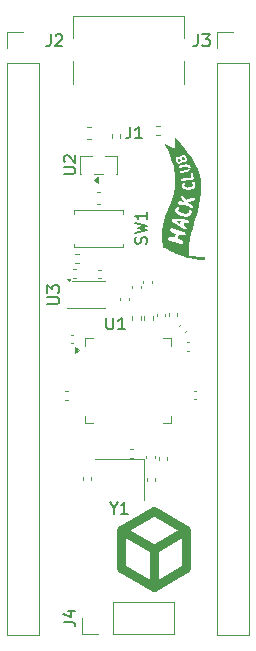
<source format=gbr>
%TF.GenerationSoftware,KiCad,Pcbnew,9.0.6*%
%TF.CreationDate,2025-12-04T10:49:31-05:00*%
%TF.ProjectId,Devboard,44657662-6f61-4726-942e-6b696361645f,rev?*%
%TF.SameCoordinates,Original*%
%TF.FileFunction,Legend,Top*%
%TF.FilePolarity,Positive*%
%FSLAX46Y46*%
G04 Gerber Fmt 4.6, Leading zero omitted, Abs format (unit mm)*
G04 Created by KiCad (PCBNEW 9.0.6) date 2025-12-04 10:49:31*
%MOMM*%
%LPD*%
G01*
G04 APERTURE LIST*
%ADD10C,0.000000*%
%ADD11C,0.750000*%
%ADD12C,0.150000*%
%ADD13C,0.120000*%
G04 APERTURE END LIST*
D10*
G36*
X81704009Y-76214426D02*
G01*
X81707058Y-76214675D01*
X81710148Y-76215056D01*
X81713268Y-76215562D01*
X81716409Y-76216186D01*
X81722710Y-76217752D01*
X81728970Y-76219691D01*
X81735109Y-76221939D01*
X81741043Y-76224433D01*
X81746693Y-76227108D01*
X81895086Y-76297375D01*
X82053058Y-76368954D01*
X82257033Y-76457704D01*
X82499625Y-76558280D01*
X82633094Y-76611333D01*
X82773447Y-76665338D01*
X82919762Y-76719627D01*
X83071114Y-76773532D01*
X83226582Y-76826384D01*
X83385241Y-76877517D01*
X83545649Y-76924274D01*
X83706079Y-76964748D01*
X83865184Y-76999388D01*
X84021614Y-77028647D01*
X84174021Y-77052974D01*
X84321058Y-77072821D01*
X84593626Y-77100876D01*
X84828533Y-77116419D01*
X85014993Y-77123056D01*
X85199428Y-77124038D01*
X85199428Y-77417691D01*
X85131383Y-77416047D01*
X85000164Y-77406720D01*
X84814682Y-77387616D01*
X84583848Y-77356642D01*
X84454210Y-77336049D01*
X84316576Y-77311704D01*
X84172060Y-77283345D01*
X84021776Y-77250710D01*
X83866838Y-77213538D01*
X83708360Y-77171566D01*
X83547456Y-77124534D01*
X83385241Y-77072180D01*
X83064649Y-76956273D01*
X82758406Y-76833210D01*
X82474799Y-76709358D01*
X82222118Y-76591088D01*
X82008650Y-76484768D01*
X81842684Y-76396767D01*
X81732508Y-76333453D01*
X81686411Y-76301197D01*
X81685404Y-76300237D01*
X81684259Y-76299042D01*
X81682790Y-76297375D01*
X81681073Y-76295240D01*
X81679183Y-76292638D01*
X81678198Y-76291164D01*
X81677198Y-76289575D01*
X81676194Y-76287871D01*
X81675195Y-76286052D01*
X81674210Y-76284120D01*
X81673249Y-76282074D01*
X81672321Y-76279916D01*
X81671437Y-76277644D01*
X81670606Y-76275260D01*
X81669837Y-76272765D01*
X81669139Y-76270158D01*
X81668524Y-76267440D01*
X81667999Y-76264612D01*
X81667574Y-76261673D01*
X81667260Y-76258625D01*
X81667066Y-76255467D01*
X81667001Y-76252200D01*
X81667074Y-76248825D01*
X81667297Y-76245342D01*
X81667677Y-76241751D01*
X81668254Y-76238247D01*
X81669056Y-76235019D01*
X81670071Y-76232059D01*
X81671289Y-76229360D01*
X81672701Y-76226912D01*
X81674295Y-76224709D01*
X81676063Y-76222742D01*
X81677993Y-76221003D01*
X81680076Y-76219485D01*
X81682301Y-76218179D01*
X81684659Y-76217078D01*
X81687139Y-76216173D01*
X81689730Y-76215457D01*
X81692423Y-76214921D01*
X81695208Y-76214558D01*
X81698074Y-76214360D01*
X81701011Y-76214319D01*
X81704009Y-76214426D01*
G37*
G36*
X82709214Y-67009077D02*
G01*
X82710583Y-67009245D01*
X82711946Y-67009526D01*
X82713299Y-67009924D01*
X82714636Y-67010442D01*
X82715951Y-67011081D01*
X82717241Y-67011845D01*
X82718498Y-67012738D01*
X82719719Y-67013761D01*
X82720897Y-67014917D01*
X82892265Y-67202210D01*
X83173362Y-67528808D01*
X83523325Y-67968904D01*
X83711362Y-68223450D01*
X83901291Y-68496694D01*
X84088006Y-68785409D01*
X84266397Y-69086371D01*
X84431357Y-69396353D01*
X84577779Y-69712129D01*
X84700554Y-70030475D01*
X84751478Y-70189603D01*
X84794575Y-70348163D01*
X84829206Y-70505753D01*
X84854733Y-70661970D01*
X84870517Y-70816409D01*
X84875920Y-70968668D01*
X84871287Y-71285404D01*
X84857880Y-71584885D01*
X84836438Y-71868525D01*
X84807702Y-72137742D01*
X84772411Y-72393952D01*
X84731303Y-72638571D01*
X84685120Y-72873015D01*
X84634600Y-73098700D01*
X84580482Y-73317044D01*
X84523507Y-73529460D01*
X84403942Y-73942181D01*
X84281820Y-74348192D01*
X84163057Y-74758824D01*
X84121614Y-74912427D01*
X84059148Y-75143946D01*
X83974205Y-75484182D01*
X83938890Y-75640070D01*
X83908368Y-75787857D01*
X83882656Y-75928586D01*
X83861772Y-76063297D01*
X83845733Y-76193031D01*
X83834556Y-76318828D01*
X83828258Y-76441729D01*
X83826856Y-76562776D01*
X83830368Y-76683008D01*
X83838810Y-76803466D01*
X83852200Y-76925192D01*
X83870555Y-77049226D01*
X83870735Y-77050573D01*
X83870824Y-77051904D01*
X83870826Y-77053217D01*
X83870744Y-77054509D01*
X83870581Y-77055778D01*
X83870339Y-77057021D01*
X83870020Y-77058235D01*
X83869629Y-77059419D01*
X83869167Y-77060568D01*
X83868637Y-77061682D01*
X83868043Y-77062757D01*
X83867386Y-77063791D01*
X83866670Y-77064781D01*
X83865898Y-77065724D01*
X83865071Y-77066619D01*
X83864194Y-77067462D01*
X83863268Y-77068251D01*
X83862297Y-77068983D01*
X83861283Y-77069656D01*
X83860230Y-77070268D01*
X83859139Y-77070815D01*
X83858013Y-77071296D01*
X83856856Y-77071707D01*
X83855671Y-77072046D01*
X83854459Y-77072310D01*
X83853224Y-77072498D01*
X83851968Y-77072606D01*
X83850695Y-77072631D01*
X83849407Y-77072572D01*
X83848106Y-77072426D01*
X83846796Y-77072189D01*
X83845480Y-77071861D01*
X83204820Y-76889423D01*
X82935225Y-76812652D01*
X81781613Y-76308768D01*
X81781019Y-76308499D01*
X81780441Y-76308219D01*
X81779878Y-76307927D01*
X81779331Y-76307621D01*
X81778798Y-76307301D01*
X81778281Y-76306966D01*
X81777779Y-76306616D01*
X81777291Y-76306248D01*
X81776818Y-76305863D01*
X81776359Y-76305460D01*
X81775915Y-76305038D01*
X81775485Y-76304595D01*
X81775068Y-76304131D01*
X81774666Y-76303645D01*
X81774276Y-76303137D01*
X81773901Y-76302605D01*
X81755408Y-76272814D01*
X81723957Y-76213173D01*
X81684671Y-76122727D01*
X81663691Y-76065654D01*
X81642673Y-76000522D01*
X81622257Y-75927211D01*
X81603084Y-75845601D01*
X81585794Y-75755575D01*
X81571028Y-75657011D01*
X81566783Y-75617787D01*
X82064110Y-75617787D01*
X82064299Y-75624056D01*
X82064831Y-75630283D01*
X82065700Y-75636460D01*
X82066903Y-75642580D01*
X82068432Y-75648635D01*
X82070283Y-75654617D01*
X82072451Y-75660517D01*
X82074929Y-75666329D01*
X82077712Y-75672043D01*
X82080796Y-75677654D01*
X82084174Y-75683151D01*
X82087842Y-75688528D01*
X82091793Y-75693777D01*
X82096023Y-75698889D01*
X82100525Y-75703858D01*
X82105296Y-75708674D01*
X82110328Y-75713331D01*
X82115617Y-75717819D01*
X82121157Y-75722133D01*
X82126943Y-75726263D01*
X82132970Y-75730201D01*
X82139231Y-75733940D01*
X82145723Y-75737472D01*
X82152438Y-75740790D01*
X82159372Y-75743884D01*
X82166520Y-75746747D01*
X82173876Y-75749372D01*
X82181434Y-75751751D01*
X82189189Y-75753875D01*
X82197136Y-75755737D01*
X82205270Y-75757329D01*
X82336664Y-75782148D01*
X82416470Y-75798893D01*
X82505180Y-75819020D01*
X82602416Y-75842899D01*
X82707800Y-75870897D01*
X82820955Y-75903384D01*
X82941504Y-75940728D01*
X82989210Y-75959720D01*
X83033406Y-75975367D01*
X83074180Y-75987829D01*
X83111620Y-75997264D01*
X83145815Y-76003830D01*
X83176852Y-76007687D01*
X83204820Y-76008993D01*
X83229806Y-76007908D01*
X83251899Y-76004588D01*
X83271186Y-75999195D01*
X83287756Y-75991885D01*
X83301696Y-75982818D01*
X83313095Y-75972153D01*
X83322041Y-75960048D01*
X83328622Y-75946662D01*
X83332925Y-75932154D01*
X83335039Y-75916682D01*
X83335053Y-75900405D01*
X83333053Y-75883482D01*
X83329128Y-75866072D01*
X83323366Y-75848333D01*
X83315856Y-75830424D01*
X83306684Y-75812504D01*
X83295940Y-75794732D01*
X83283711Y-75777265D01*
X83270086Y-75760264D01*
X83255151Y-75743886D01*
X83238997Y-75728290D01*
X83221709Y-75713636D01*
X83203377Y-75700082D01*
X83184089Y-75687786D01*
X83163932Y-75676907D01*
X83073385Y-75629647D01*
X82992264Y-75588041D01*
X82911428Y-75547148D01*
X83041265Y-75208447D01*
X83134335Y-75225568D01*
X83225237Y-75243219D01*
X83323108Y-75263599D01*
X83353057Y-75272373D01*
X83380865Y-75278824D01*
X83406561Y-75283069D01*
X83430175Y-75285225D01*
X83451740Y-75285409D01*
X83471283Y-75283739D01*
X83488837Y-75280333D01*
X83504432Y-75275308D01*
X83518097Y-75268780D01*
X83529864Y-75260868D01*
X83539762Y-75251689D01*
X83547822Y-75241359D01*
X83554075Y-75229998D01*
X83558550Y-75217721D01*
X83561279Y-75204646D01*
X83562291Y-75190891D01*
X83561617Y-75176573D01*
X83559288Y-75161809D01*
X83558547Y-75158982D01*
X83555333Y-75146717D01*
X83549784Y-75131414D01*
X83542670Y-75116017D01*
X83534021Y-75100644D01*
X83523870Y-75085413D01*
X83512244Y-75070439D01*
X83499176Y-75055842D01*
X83484696Y-75041738D01*
X83468833Y-75028244D01*
X83451618Y-75015479D01*
X83433082Y-75003558D01*
X83413255Y-74992601D01*
X83392168Y-74982723D01*
X83369850Y-74974043D01*
X82962595Y-74845540D01*
X82824035Y-74804268D01*
X82685933Y-74765634D01*
X82555867Y-74732783D01*
X82441418Y-74708865D01*
X82424820Y-74702874D01*
X82408392Y-74698715D01*
X82392213Y-74696302D01*
X82376364Y-74695551D01*
X82360922Y-74696375D01*
X82345969Y-74698690D01*
X82331583Y-74702410D01*
X82317843Y-74707450D01*
X82304829Y-74713725D01*
X82292622Y-74721149D01*
X82281299Y-74729637D01*
X82270940Y-74739104D01*
X82261625Y-74749465D01*
X82253434Y-74760634D01*
X82246445Y-74772526D01*
X82240739Y-74785055D01*
X82236394Y-74798137D01*
X82233490Y-74811686D01*
X82232107Y-74825616D01*
X82232323Y-74839844D01*
X82234219Y-74854282D01*
X82237874Y-74868846D01*
X82243367Y-74883451D01*
X82250777Y-74898011D01*
X82260185Y-74912441D01*
X82271669Y-74926655D01*
X82285309Y-74940569D01*
X82301185Y-74954098D01*
X82319375Y-74967155D01*
X82339960Y-74979655D01*
X82363019Y-74991514D01*
X82388631Y-75002646D01*
X82409833Y-75014542D01*
X82433461Y-75027132D01*
X82485896Y-75053588D01*
X82541751Y-75080400D01*
X82596838Y-75105954D01*
X82687963Y-75146838D01*
X82725780Y-75163334D01*
X82672740Y-75303531D01*
X82652443Y-75355253D01*
X82633909Y-75400618D01*
X82619429Y-75433113D01*
X82614424Y-75442498D01*
X82612606Y-75445119D01*
X82611291Y-75446223D01*
X82608492Y-75447117D01*
X82605439Y-75447760D01*
X82598606Y-75448352D01*
X82590865Y-75448114D01*
X82582289Y-75447159D01*
X82572950Y-75445602D01*
X82562922Y-75443558D01*
X82541088Y-75438461D01*
X82517369Y-75432782D01*
X82492346Y-75427433D01*
X82479528Y-75425168D01*
X82466603Y-75423328D01*
X82453642Y-75422028D01*
X82440720Y-75421380D01*
X82416137Y-75422522D01*
X82392496Y-75424142D01*
X82369786Y-75426222D01*
X82347994Y-75428745D01*
X82327110Y-75431696D01*
X82307122Y-75435057D01*
X82288019Y-75438811D01*
X82269789Y-75442942D01*
X82252420Y-75447433D01*
X82235901Y-75452267D01*
X82220220Y-75457428D01*
X82205367Y-75462898D01*
X82191329Y-75468660D01*
X82178096Y-75474699D01*
X82165654Y-75480997D01*
X82153994Y-75487538D01*
X82143104Y-75494304D01*
X82132971Y-75501280D01*
X82123585Y-75508447D01*
X82114934Y-75515790D01*
X82107007Y-75523292D01*
X82099791Y-75530935D01*
X82093276Y-75538704D01*
X82087451Y-75546581D01*
X82082302Y-75554549D01*
X82077820Y-75562593D01*
X82073993Y-75570694D01*
X82070808Y-75578837D01*
X82068255Y-75587004D01*
X82066322Y-75595179D01*
X82064998Y-75603345D01*
X82064270Y-75611485D01*
X82064110Y-75617787D01*
X81566783Y-75617787D01*
X81559424Y-75549791D01*
X81551625Y-75433796D01*
X81548270Y-75308905D01*
X81550000Y-75175000D01*
X81564304Y-74948505D01*
X81594871Y-74699460D01*
X81617006Y-74566340D01*
X81644112Y-74427415D01*
X81676488Y-74282628D01*
X81714437Y-74131922D01*
X81741814Y-74034040D01*
X82381701Y-74034040D01*
X82382690Y-74048167D01*
X82384826Y-74062675D01*
X82388237Y-74077519D01*
X82393052Y-74092653D01*
X82399399Y-74108030D01*
X82407407Y-74123605D01*
X82417202Y-74139331D01*
X82428914Y-74155163D01*
X82435529Y-74163104D01*
X82442670Y-74171053D01*
X82450356Y-74179006D01*
X82458600Y-74186957D01*
X82467419Y-74194899D01*
X82476830Y-74202827D01*
X82486848Y-74210736D01*
X82497490Y-74218618D01*
X82508770Y-74226470D01*
X82520706Y-74234284D01*
X82533314Y-74242056D01*
X82546609Y-74249779D01*
X82575325Y-74265055D01*
X82781367Y-74373126D01*
X83027503Y-74505925D01*
X83269610Y-74638727D01*
X83463565Y-74746809D01*
X83480089Y-74756166D01*
X83496475Y-74763827D01*
X83512620Y-74769841D01*
X83528417Y-74774260D01*
X83543761Y-74777135D01*
X83558547Y-74778515D01*
X83572670Y-74778453D01*
X83586025Y-74776998D01*
X83598507Y-74774201D01*
X83610009Y-74770113D01*
X83620428Y-74764785D01*
X83629658Y-74758267D01*
X83637593Y-74750610D01*
X83644129Y-74741865D01*
X83649160Y-74732083D01*
X83652581Y-74721314D01*
X83654287Y-74709609D01*
X83654173Y-74697019D01*
X83652133Y-74683594D01*
X83648062Y-74669386D01*
X83641855Y-74654444D01*
X83633408Y-74638820D01*
X83622613Y-74622564D01*
X83609368Y-74605728D01*
X83593565Y-74588361D01*
X83575101Y-74570514D01*
X83553869Y-74552239D01*
X83529766Y-74533586D01*
X83502684Y-74514605D01*
X83472520Y-74495348D01*
X83439168Y-74475865D01*
X83402522Y-74456207D01*
X83432443Y-74188393D01*
X83504884Y-74212648D01*
X83581053Y-74237066D01*
X83671072Y-74264435D01*
X83689863Y-74270977D01*
X83707648Y-74275915D01*
X83724419Y-74279318D01*
X83740164Y-74281253D01*
X83754872Y-74281790D01*
X83768535Y-74280997D01*
X83781140Y-74278942D01*
X83792678Y-74275695D01*
X83803138Y-74271324D01*
X83812510Y-74265897D01*
X83820784Y-74259483D01*
X83827948Y-74252151D01*
X83833994Y-74243968D01*
X83838910Y-74235005D01*
X83842686Y-74225328D01*
X83845311Y-74215007D01*
X83846776Y-74204111D01*
X83847069Y-74192707D01*
X83846181Y-74180865D01*
X83844101Y-74168653D01*
X83840819Y-74156140D01*
X83836324Y-74143394D01*
X83830605Y-74130483D01*
X83823653Y-74117477D01*
X83815458Y-74104444D01*
X83806008Y-74091452D01*
X83795293Y-74078570D01*
X83783303Y-74065867D01*
X83770028Y-74053410D01*
X83755457Y-74041270D01*
X83739580Y-74029513D01*
X83722386Y-74018210D01*
X83704965Y-74010032D01*
X83672645Y-73998791D01*
X83572905Y-73970804D01*
X83569424Y-73969827D01*
X83424954Y-73936724D01*
X83251468Y-73904887D01*
X83157666Y-73891133D01*
X83061197Y-73879724D01*
X82963590Y-73871334D01*
X82866374Y-73866640D01*
X82771077Y-73866317D01*
X82679229Y-73871041D01*
X82592359Y-73881488D01*
X82511995Y-73898334D01*
X82500350Y-73904639D01*
X82488740Y-73911150D01*
X82477260Y-73917836D01*
X82466004Y-73924665D01*
X82455067Y-73931605D01*
X82444542Y-73938625D01*
X82434525Y-73945694D01*
X82425109Y-73952779D01*
X82416390Y-73959850D01*
X82408461Y-73966874D01*
X82401418Y-73973820D01*
X82398257Y-73977254D01*
X82395353Y-73980656D01*
X82392718Y-73984023D01*
X82390363Y-73987351D01*
X82388300Y-73990636D01*
X82386540Y-73993873D01*
X82385097Y-73997060D01*
X82383981Y-74000191D01*
X82383204Y-74003263D01*
X82382778Y-74006273D01*
X82382433Y-74009738D01*
X82382138Y-74013236D01*
X82381901Y-74016770D01*
X82381732Y-74020342D01*
X82381701Y-74034040D01*
X81741814Y-74034040D01*
X81758259Y-73975241D01*
X81808257Y-73812530D01*
X81864732Y-73643731D01*
X81927984Y-73468790D01*
X81998316Y-73287649D01*
X82056328Y-73147759D01*
X82699232Y-73147759D01*
X82699420Y-73153215D01*
X82699697Y-73158735D01*
X82700064Y-73164318D01*
X82700521Y-73169967D01*
X82701069Y-73175681D01*
X82701708Y-73181461D01*
X82702439Y-73187307D01*
X82703262Y-73193222D01*
X82705351Y-73226984D01*
X82710962Y-73259358D01*
X82719861Y-73290365D01*
X82731813Y-73320025D01*
X82746581Y-73348359D01*
X82763931Y-73375388D01*
X82783627Y-73401133D01*
X82805434Y-73425614D01*
X82829116Y-73448852D01*
X82854438Y-73470868D01*
X82881164Y-73491683D01*
X82909060Y-73511317D01*
X82937890Y-73529791D01*
X82967418Y-73547126D01*
X83027627Y-73578462D01*
X83087806Y-73605489D01*
X83146071Y-73628375D01*
X83200538Y-73647284D01*
X83249325Y-73662384D01*
X83322325Y-73681815D01*
X83350006Y-73687998D01*
X83402068Y-73696040D01*
X83459916Y-73702250D01*
X83532550Y-73706502D01*
X83572905Y-73707093D01*
X83615149Y-73706234D01*
X83658680Y-73703605D01*
X83702895Y-73698884D01*
X83747192Y-73691753D01*
X83790968Y-73681890D01*
X83833620Y-73668976D01*
X83874548Y-73652690D01*
X83893173Y-73644118D01*
X83910639Y-73634868D01*
X83926984Y-73624994D01*
X83942247Y-73614552D01*
X83956466Y-73603594D01*
X83969678Y-73592176D01*
X83981923Y-73580351D01*
X83993238Y-73568174D01*
X84003662Y-73555698D01*
X84013233Y-73542979D01*
X84021989Y-73530070D01*
X84029969Y-73517026D01*
X84037210Y-73503901D01*
X84043752Y-73490749D01*
X84049631Y-73477624D01*
X84054887Y-73464581D01*
X84063681Y-73438956D01*
X84070440Y-73414308D01*
X84075470Y-73391072D01*
X84079076Y-73369680D01*
X84083243Y-73334166D01*
X84085387Y-73311238D01*
X84078335Y-73289556D01*
X84070810Y-73269705D01*
X84062858Y-73251618D01*
X84054523Y-73235228D01*
X84045850Y-73220468D01*
X84036883Y-73207273D01*
X84027668Y-73195573D01*
X84018248Y-73185303D01*
X84008668Y-73176397D01*
X83998973Y-73168786D01*
X83989208Y-73162404D01*
X83979417Y-73157184D01*
X83969644Y-73153060D01*
X83959935Y-73149964D01*
X83950335Y-73147829D01*
X83940887Y-73146589D01*
X83931636Y-73146177D01*
X83922628Y-73146526D01*
X83913906Y-73147569D01*
X83905515Y-73149238D01*
X83897500Y-73151468D01*
X83889906Y-73154192D01*
X83882777Y-73157341D01*
X83876158Y-73160851D01*
X83870093Y-73164653D01*
X83864627Y-73168680D01*
X83859805Y-73172867D01*
X83855672Y-73177145D01*
X83852271Y-73181449D01*
X83849648Y-73185711D01*
X83847847Y-73189864D01*
X83846914Y-73193842D01*
X83846307Y-73214353D01*
X83845976Y-73236238D01*
X83845136Y-73259118D01*
X83844281Y-73270812D01*
X83843005Y-73282612D01*
X83841211Y-73294472D01*
X83838800Y-73306343D01*
X83835675Y-73318177D01*
X83831737Y-73329928D01*
X83826890Y-73341549D01*
X83824094Y-73347295D01*
X83821035Y-73352990D01*
X83817698Y-73358629D01*
X83814073Y-73364206D01*
X83810147Y-73369714D01*
X83805908Y-73375148D01*
X83798188Y-73383962D01*
X83789797Y-73392123D01*
X83780776Y-73399651D01*
X83771163Y-73406566D01*
X83760997Y-73412889D01*
X83750318Y-73418640D01*
X83739164Y-73423840D01*
X83727574Y-73428509D01*
X83703244Y-73436334D01*
X83677640Y-73442279D01*
X83651075Y-73446507D01*
X83623860Y-73449180D01*
X83596310Y-73450461D01*
X83568735Y-73450513D01*
X83541448Y-73449499D01*
X83514762Y-73447582D01*
X83488989Y-73444924D01*
X83464442Y-73441689D01*
X83420273Y-73434137D01*
X83345440Y-73412602D01*
X83304053Y-73399708D01*
X83261237Y-73385387D01*
X83217907Y-73369629D01*
X83174978Y-73352427D01*
X83133364Y-73333774D01*
X83093980Y-73313661D01*
X83075410Y-73303054D01*
X83057740Y-73292080D01*
X83041084Y-73280738D01*
X83025558Y-73269025D01*
X83011275Y-73256942D01*
X82998349Y-73244487D01*
X82986895Y-73231659D01*
X82977028Y-73218457D01*
X82968860Y-73204881D01*
X82962508Y-73190929D01*
X82958085Y-73176601D01*
X82955705Y-73161894D01*
X82955483Y-73146810D01*
X82957532Y-73131345D01*
X82961968Y-73115500D01*
X82968905Y-73099274D01*
X82980927Y-73089514D01*
X82991839Y-73079943D01*
X83001676Y-73070563D01*
X83010477Y-73061381D01*
X83018279Y-73052400D01*
X83025118Y-73043624D01*
X83031033Y-73035058D01*
X83036060Y-73026706D01*
X83040237Y-73018572D01*
X83043601Y-73010661D01*
X83046188Y-73002978D01*
X83048038Y-72995525D01*
X83049185Y-72988309D01*
X83049669Y-72981332D01*
X83049525Y-72974600D01*
X83048792Y-72968116D01*
X83047506Y-72961885D01*
X83045705Y-72955912D01*
X83043426Y-72950201D01*
X83040706Y-72944755D01*
X83037583Y-72939580D01*
X83034093Y-72934679D01*
X83030274Y-72930057D01*
X83026164Y-72925719D01*
X83021798Y-72921668D01*
X83017215Y-72917909D01*
X83012452Y-72914446D01*
X83007546Y-72911284D01*
X83002535Y-72908427D01*
X82997454Y-72905879D01*
X82992343Y-72903644D01*
X82987237Y-72901728D01*
X82978274Y-72898935D01*
X82968728Y-72896708D01*
X82958659Y-72895057D01*
X82948124Y-72893994D01*
X82937181Y-72893529D01*
X82925888Y-72893674D01*
X82914303Y-72894439D01*
X82902484Y-72895837D01*
X82890488Y-72897877D01*
X82878375Y-72900571D01*
X82866201Y-72903930D01*
X82854025Y-72907966D01*
X82841904Y-72912688D01*
X82829897Y-72918109D01*
X82818062Y-72924240D01*
X82806455Y-72931091D01*
X82795137Y-72938674D01*
X82784163Y-72946999D01*
X82773593Y-72956079D01*
X82763483Y-72965923D01*
X82753893Y-72976544D01*
X82744880Y-72987951D01*
X82736502Y-73000157D01*
X82728817Y-73013172D01*
X82721882Y-73027007D01*
X82715757Y-73041674D01*
X82710498Y-73057184D01*
X82706164Y-73073547D01*
X82702812Y-73090775D01*
X82700501Y-73108879D01*
X82699288Y-73127870D01*
X82699232Y-73147759D01*
X82056328Y-73147759D01*
X82076029Y-73100253D01*
X82161423Y-72906544D01*
X82254802Y-72706468D01*
X82313576Y-72575120D01*
X82897553Y-72575120D01*
X82897909Y-72581696D01*
X82898777Y-72588180D01*
X82900166Y-72594555D01*
X82902089Y-72600805D01*
X82904555Y-72606913D01*
X82907576Y-72612863D01*
X82909298Y-72615773D01*
X82911163Y-72618637D01*
X82913171Y-72621453D01*
X82915326Y-72624219D01*
X82917627Y-72626933D01*
X82920076Y-72629592D01*
X82922675Y-72632196D01*
X82925425Y-72634740D01*
X82928327Y-72637225D01*
X82931382Y-72639646D01*
X82937960Y-72644293D01*
X82945169Y-72648665D01*
X82953019Y-72652744D01*
X82961522Y-72656515D01*
X82970688Y-72659960D01*
X83007860Y-72670466D01*
X83045509Y-72678127D01*
X83083864Y-72683511D01*
X83123158Y-72687188D01*
X83294320Y-72696198D01*
X83341760Y-72699870D01*
X83391521Y-72705248D01*
X83443832Y-72712900D01*
X83498926Y-72723395D01*
X83557031Y-72737302D01*
X83618380Y-72755190D01*
X83683201Y-72777627D01*
X83751726Y-72805183D01*
X83769777Y-72813031D01*
X83789298Y-72821987D01*
X83831456Y-72842407D01*
X83875609Y-72864811D01*
X83919170Y-72887565D01*
X84035701Y-72949438D01*
X84051389Y-72957045D01*
X84066609Y-72963108D01*
X84081301Y-72967673D01*
X84095406Y-72970788D01*
X84108864Y-72972498D01*
X84121614Y-72972850D01*
X84133597Y-72971889D01*
X84144753Y-72969663D01*
X84155022Y-72966217D01*
X84164345Y-72961598D01*
X84172662Y-72955853D01*
X84179912Y-72949026D01*
X84186037Y-72941166D01*
X84190975Y-72932317D01*
X84194668Y-72922527D01*
X84197056Y-72911842D01*
X84198079Y-72900307D01*
X84197676Y-72887970D01*
X84195789Y-72874877D01*
X84192357Y-72861073D01*
X84187321Y-72846606D01*
X84180620Y-72831521D01*
X84172195Y-72815865D01*
X84161987Y-72799684D01*
X84149934Y-72783024D01*
X84135978Y-72765933D01*
X84120059Y-72748455D01*
X84102117Y-72730637D01*
X84082092Y-72712527D01*
X84059923Y-72694169D01*
X84035553Y-72675611D01*
X84008920Y-72656898D01*
X83995032Y-72647757D01*
X83979078Y-72638586D01*
X83961464Y-72629471D01*
X83942602Y-72620496D01*
X83922898Y-72611748D01*
X83902763Y-72603312D01*
X83862833Y-72587718D01*
X83826082Y-72574399D01*
X83795782Y-72564037D01*
X83767616Y-72554927D01*
X83757811Y-72467801D01*
X83943244Y-72427553D01*
X84101000Y-72396186D01*
X84174545Y-72383217D01*
X84236309Y-72374163D01*
X84249108Y-72371757D01*
X84261505Y-72368110D01*
X84273445Y-72363306D01*
X84284875Y-72357432D01*
X84295743Y-72350573D01*
X84305994Y-72342816D01*
X84315576Y-72334245D01*
X84324435Y-72324947D01*
X84332518Y-72315008D01*
X84339772Y-72304512D01*
X84346144Y-72293547D01*
X84351580Y-72282197D01*
X84356027Y-72270548D01*
X84359432Y-72258687D01*
X84361741Y-72246698D01*
X84362901Y-72234668D01*
X84362859Y-72222683D01*
X84361563Y-72210828D01*
X84358957Y-72199188D01*
X84354990Y-72187851D01*
X84349608Y-72176901D01*
X84342757Y-72166424D01*
X84334385Y-72156505D01*
X84324438Y-72147232D01*
X84312863Y-72138689D01*
X84299606Y-72130962D01*
X84284615Y-72124138D01*
X84267837Y-72118300D01*
X84249217Y-72113537D01*
X84228702Y-72109932D01*
X84206240Y-72107573D01*
X84181777Y-72106544D01*
X84145300Y-72110946D01*
X84105734Y-72117628D01*
X84063065Y-72126647D01*
X84017277Y-72138062D01*
X83968357Y-72151929D01*
X83916289Y-72168306D01*
X83861059Y-72187252D01*
X83802653Y-72208824D01*
X83786704Y-72214708D01*
X83784106Y-72215666D01*
X83764775Y-72223493D01*
X83742163Y-72233612D01*
X83730428Y-72239381D01*
X83718837Y-72245541D01*
X83707709Y-72252032D01*
X83697365Y-72258795D01*
X83688128Y-72265768D01*
X83684024Y-72269315D01*
X83680316Y-72272892D01*
X83677046Y-72276491D01*
X83674253Y-72280105D01*
X83671977Y-72283726D01*
X83670258Y-72287347D01*
X83626076Y-72244168D01*
X83578561Y-72199360D01*
X83520953Y-72147219D01*
X83458392Y-72093854D01*
X83426862Y-72068623D01*
X83396021Y-72045377D01*
X83366513Y-72024880D01*
X83338981Y-72007895D01*
X83314066Y-71995188D01*
X83302792Y-71990676D01*
X83292413Y-71987520D01*
X83272115Y-71983323D01*
X83252936Y-71981062D01*
X83235202Y-71980865D01*
X83226979Y-71981580D01*
X83219241Y-71982859D01*
X83212028Y-71984718D01*
X83205382Y-71987172D01*
X83199342Y-71990238D01*
X83193951Y-71993931D01*
X83189249Y-71998268D01*
X83185277Y-72003264D01*
X83182076Y-72008936D01*
X83179688Y-72015298D01*
X83178152Y-72022368D01*
X83177511Y-72030161D01*
X83177804Y-72038692D01*
X83179074Y-72047979D01*
X83181361Y-72058036D01*
X83184706Y-72068880D01*
X83189149Y-72080527D01*
X83194733Y-72092992D01*
X83201498Y-72106292D01*
X83209484Y-72120442D01*
X83218734Y-72135459D01*
X83229287Y-72151358D01*
X83241185Y-72168155D01*
X83254469Y-72185866D01*
X83269180Y-72204507D01*
X83285359Y-72224095D01*
X83301929Y-72243609D01*
X83317793Y-72262046D01*
X83332961Y-72279434D01*
X83347445Y-72295804D01*
X83361258Y-72311186D01*
X83374411Y-72325610D01*
X83386916Y-72339106D01*
X83398785Y-72351704D01*
X83410030Y-72363435D01*
X83420663Y-72374328D01*
X83430696Y-72384413D01*
X83440140Y-72393721D01*
X83449007Y-72402282D01*
X83457310Y-72410125D01*
X83465061Y-72417282D01*
X83472270Y-72423781D01*
X83485113Y-72434928D01*
X83495936Y-72443808D01*
X83504832Y-72450662D01*
X83511898Y-72455730D01*
X83517228Y-72459252D01*
X83520917Y-72461470D01*
X83523755Y-72462956D01*
X83485494Y-72455084D01*
X83442638Y-72447122D01*
X83388387Y-72438146D01*
X83326053Y-72429408D01*
X83258951Y-72422160D01*
X83224648Y-72419486D01*
X83190396Y-72417655D01*
X83169005Y-72417128D01*
X83156609Y-72416822D01*
X83123702Y-72417145D01*
X83112016Y-72416253D01*
X83100483Y-72415960D01*
X83089116Y-72416242D01*
X83077930Y-72417079D01*
X83066940Y-72418447D01*
X83056160Y-72420324D01*
X83045605Y-72422689D01*
X83035290Y-72425519D01*
X83025229Y-72428791D01*
X83015436Y-72432484D01*
X83005927Y-72436575D01*
X82996716Y-72441043D01*
X82987817Y-72445864D01*
X82979246Y-72451016D01*
X82971016Y-72456478D01*
X82963143Y-72462227D01*
X82955641Y-72468241D01*
X82948524Y-72474498D01*
X82941807Y-72480975D01*
X82938301Y-72484688D01*
X82935505Y-72487650D01*
X82929633Y-72494501D01*
X82924204Y-72501506D01*
X82919235Y-72508643D01*
X82914738Y-72515888D01*
X82910729Y-72523221D01*
X82907223Y-72530619D01*
X82904233Y-72538059D01*
X82901776Y-72545519D01*
X82899864Y-72552978D01*
X82898513Y-72560412D01*
X82897738Y-72567800D01*
X82897553Y-72575120D01*
X82313576Y-72575120D01*
X82352994Y-72487028D01*
X82437553Y-72267830D01*
X82509117Y-72049234D01*
X82568324Y-71831598D01*
X82615811Y-71615280D01*
X82652219Y-71400637D01*
X82678185Y-71188028D01*
X82685476Y-71093195D01*
X83234897Y-71093195D01*
X83235061Y-71104133D01*
X83235837Y-71115188D01*
X83237228Y-71126357D01*
X83239241Y-71137641D01*
X83241880Y-71149036D01*
X83245149Y-71160542D01*
X83249055Y-71172158D01*
X83253602Y-71183882D01*
X83258795Y-71195712D01*
X83264638Y-71207648D01*
X83271138Y-71219688D01*
X83278299Y-71231830D01*
X83286126Y-71244074D01*
X83294623Y-71256418D01*
X83303797Y-71268861D01*
X83313652Y-71281400D01*
X83331659Y-71298213D01*
X83351549Y-71314184D01*
X83373334Y-71329268D01*
X83397025Y-71343421D01*
X83422633Y-71356599D01*
X83450171Y-71368758D01*
X83479648Y-71379854D01*
X83511078Y-71389842D01*
X83544471Y-71398679D01*
X83579839Y-71406319D01*
X83617193Y-71412719D01*
X83656545Y-71417835D01*
X83697907Y-71421622D01*
X83741289Y-71424036D01*
X83786704Y-71425034D01*
X83834162Y-71424570D01*
X83869864Y-71422940D01*
X83904585Y-71420455D01*
X83938306Y-71417120D01*
X83971009Y-71412941D01*
X84002676Y-71407926D01*
X84033288Y-71402080D01*
X84062825Y-71395409D01*
X84091270Y-71387920D01*
X84118605Y-71379618D01*
X84144809Y-71370511D01*
X84169865Y-71360604D01*
X84193754Y-71349903D01*
X84216457Y-71338415D01*
X84237956Y-71326146D01*
X84258232Y-71313102D01*
X84277267Y-71299290D01*
X84295041Y-71284715D01*
X84311537Y-71269383D01*
X84326735Y-71253302D01*
X84340617Y-71236477D01*
X84353165Y-71218914D01*
X84364359Y-71200620D01*
X84374181Y-71181601D01*
X84382613Y-71161863D01*
X84389635Y-71141412D01*
X84395230Y-71120255D01*
X84399378Y-71098397D01*
X84402062Y-71075845D01*
X84403261Y-71052606D01*
X84402958Y-71028684D01*
X84401135Y-71004088D01*
X84397771Y-70978822D01*
X84393193Y-70954200D01*
X84387782Y-70931486D01*
X84381600Y-70910611D01*
X84374712Y-70891506D01*
X84367180Y-70874102D01*
X84359066Y-70858329D01*
X84350433Y-70844120D01*
X84341346Y-70831404D01*
X84331865Y-70820114D01*
X84322055Y-70810180D01*
X84311977Y-70801533D01*
X84301696Y-70794105D01*
X84291273Y-70787826D01*
X84280772Y-70782627D01*
X84270256Y-70778440D01*
X84259787Y-70775196D01*
X84249428Y-70772825D01*
X84239242Y-70771259D01*
X84229293Y-70770429D01*
X84219642Y-70770266D01*
X84210353Y-70770700D01*
X84201489Y-70771664D01*
X84193112Y-70773088D01*
X84185286Y-70774902D01*
X84178073Y-70777039D01*
X84171536Y-70779429D01*
X84165738Y-70782004D01*
X84160742Y-70784694D01*
X84156611Y-70787430D01*
X84153407Y-70790144D01*
X84151194Y-70792766D01*
X84150035Y-70795228D01*
X84148866Y-70798854D01*
X84147400Y-70802305D01*
X84144061Y-70809398D01*
X84142432Y-70813398D01*
X84140992Y-70817937D01*
X84139863Y-70823196D01*
X84139166Y-70829351D01*
X84139024Y-70836583D01*
X84139559Y-70845070D01*
X84140892Y-70854991D01*
X84143145Y-70866524D01*
X84146440Y-70879848D01*
X84150898Y-70895141D01*
X84156642Y-70912583D01*
X84163793Y-70932352D01*
X84167471Y-70942771D01*
X84170608Y-70953031D01*
X84173199Y-70963133D01*
X84175238Y-70973080D01*
X84176720Y-70982876D01*
X84177639Y-70992522D01*
X84177989Y-71002021D01*
X84177765Y-71011376D01*
X84176961Y-71020589D01*
X84175571Y-71029662D01*
X84173590Y-71038599D01*
X84171012Y-71047402D01*
X84167832Y-71056074D01*
X84164043Y-71064616D01*
X84159640Y-71073032D01*
X84154618Y-71081324D01*
X84148971Y-71089494D01*
X84142692Y-71097546D01*
X84135778Y-71105482D01*
X84128221Y-71113304D01*
X84120016Y-71121015D01*
X84111158Y-71128617D01*
X84101641Y-71136113D01*
X84091459Y-71143506D01*
X84080606Y-71150799D01*
X84069078Y-71157993D01*
X84043970Y-71172096D01*
X84016090Y-71185836D01*
X83985393Y-71199235D01*
X83962428Y-71207707D01*
X83937207Y-71215549D01*
X83910036Y-71222633D01*
X83881221Y-71228828D01*
X83851068Y-71234007D01*
X83819883Y-71238039D01*
X83787971Y-71240796D01*
X83755637Y-71242148D01*
X83723188Y-71241967D01*
X83690929Y-71240123D01*
X83659166Y-71236488D01*
X83628204Y-71230931D01*
X83598349Y-71223324D01*
X83569907Y-71213537D01*
X83556311Y-71207786D01*
X83543183Y-71201442D01*
X83530562Y-71194489D01*
X83518484Y-71186910D01*
X83515072Y-71184555D01*
X83511813Y-71182210D01*
X83508703Y-71179875D01*
X83505739Y-71177554D01*
X83502914Y-71175247D01*
X83500226Y-71172958D01*
X83495238Y-71168435D01*
X83490740Y-71164002D01*
X83486696Y-71159672D01*
X83483070Y-71155459D01*
X83479826Y-71151380D01*
X83476928Y-71147448D01*
X83474341Y-71143678D01*
X83472028Y-71140085D01*
X83469954Y-71136684D01*
X83463332Y-71125286D01*
X83460629Y-71120566D01*
X83458265Y-71115846D01*
X83456225Y-71111135D01*
X83454494Y-71106442D01*
X83453057Y-71101773D01*
X83451899Y-71097137D01*
X83451004Y-71092542D01*
X83450358Y-71087996D01*
X83449946Y-71083507D01*
X83449752Y-71079083D01*
X83449761Y-71074733D01*
X83449958Y-71070464D01*
X83450328Y-71066284D01*
X83450857Y-71062202D01*
X83451528Y-71058225D01*
X83452327Y-71054361D01*
X83453238Y-71050619D01*
X83454247Y-71047007D01*
X83456497Y-71040203D01*
X83458956Y-71034015D01*
X83461503Y-71028506D01*
X83464017Y-71023742D01*
X83466378Y-71019785D01*
X83468463Y-71016702D01*
X83470154Y-71014556D01*
X83479098Y-71001668D01*
X83486824Y-70989437D01*
X83493372Y-70977858D01*
X83498784Y-70966924D01*
X83503103Y-70956629D01*
X83506369Y-70946966D01*
X83508624Y-70937928D01*
X83509911Y-70929510D01*
X83510270Y-70921704D01*
X83509744Y-70914504D01*
X83508374Y-70907904D01*
X83506201Y-70901897D01*
X83503269Y-70896477D01*
X83499618Y-70891637D01*
X83495290Y-70887370D01*
X83490327Y-70883671D01*
X83484770Y-70880533D01*
X83478662Y-70877949D01*
X83472044Y-70875913D01*
X83464957Y-70874419D01*
X83457444Y-70873459D01*
X83449546Y-70873027D01*
X83441304Y-70873118D01*
X83432761Y-70873723D01*
X83423959Y-70874838D01*
X83414938Y-70876455D01*
X83405741Y-70878568D01*
X83396409Y-70881171D01*
X83386985Y-70884257D01*
X83377509Y-70887819D01*
X83368024Y-70891851D01*
X83358571Y-70896347D01*
X83344166Y-70906959D01*
X83330601Y-70917811D01*
X83319465Y-70927522D01*
X83317887Y-70928898D01*
X83306034Y-70940219D01*
X83295053Y-70951771D01*
X83284955Y-70963550D01*
X83275750Y-70975553D01*
X83267450Y-70987777D01*
X83260065Y-71000221D01*
X83253606Y-71012880D01*
X83248083Y-71025751D01*
X83243508Y-71038832D01*
X83239891Y-71052120D01*
X83237243Y-71065612D01*
X83235575Y-71079304D01*
X83234897Y-71093195D01*
X82685476Y-71093195D01*
X82694348Y-70977811D01*
X82701345Y-70770345D01*
X82699932Y-70581521D01*
X83175404Y-70581521D01*
X83175405Y-70581521D01*
X83175409Y-70585989D01*
X83175816Y-70590418D01*
X83176613Y-70594801D01*
X83177789Y-70599131D01*
X83179334Y-70603402D01*
X83181237Y-70607606D01*
X83183485Y-70611736D01*
X83186068Y-70615786D01*
X83188975Y-70619750D01*
X83192194Y-70623619D01*
X83199526Y-70631047D01*
X83207973Y-70638016D01*
X83217447Y-70644472D01*
X83227858Y-70650359D01*
X83239116Y-70655621D01*
X83251133Y-70660205D01*
X83263819Y-70664054D01*
X83277085Y-70667115D01*
X83290841Y-70669331D01*
X83304997Y-70670648D01*
X83319465Y-70671011D01*
X83348044Y-70670227D01*
X83378669Y-70668454D01*
X83445101Y-70662381D01*
X83516849Y-70653675D01*
X83591998Y-70643220D01*
X83744838Y-70620592D01*
X83818701Y-70610185D01*
X83888307Y-70601558D01*
X84081405Y-70581112D01*
X84115593Y-70577105D01*
X84148520Y-70572670D01*
X84182371Y-70567375D01*
X84219333Y-70560785D01*
X84228388Y-70557476D01*
X84235984Y-70551363D01*
X84242197Y-70542635D01*
X84247102Y-70531480D01*
X84250774Y-70518087D01*
X84253288Y-70502644D01*
X84254721Y-70485340D01*
X84255146Y-70466361D01*
X84253278Y-70424136D01*
X84248287Y-70377476D01*
X84240775Y-70327887D01*
X84231345Y-70276874D01*
X84209143Y-70176603D01*
X84186501Y-70088712D01*
X84168240Y-70025249D01*
X84159181Y-69998262D01*
X84157755Y-69995358D01*
X84156275Y-69991459D01*
X84152801Y-69981181D01*
X84150631Y-69975057D01*
X84148053Y-69968448D01*
X84144981Y-69961480D01*
X84141326Y-69954282D01*
X84136999Y-69946980D01*
X84134557Y-69943330D01*
X84131913Y-69939703D01*
X84129058Y-69936113D01*
X84125979Y-69932577D01*
X84122667Y-69929111D01*
X84119109Y-69925731D01*
X84115296Y-69922453D01*
X84111215Y-69919292D01*
X84106856Y-69916265D01*
X84102208Y-69913388D01*
X84097260Y-69910676D01*
X84092001Y-69908146D01*
X84086419Y-69905813D01*
X84080504Y-69903694D01*
X84074644Y-69901628D01*
X84068996Y-69900367D01*
X84063560Y-69899875D01*
X84058341Y-69900116D01*
X84053340Y-69901053D01*
X84048560Y-69902651D01*
X84044004Y-69904872D01*
X84039674Y-69907682D01*
X84035573Y-69911045D01*
X84031702Y-69914923D01*
X84028066Y-69919282D01*
X84024666Y-69924084D01*
X84021505Y-69929294D01*
X84018585Y-69934876D01*
X84013479Y-69947011D01*
X84009370Y-69960200D01*
X84006277Y-69974155D01*
X84004220Y-69988586D01*
X84003221Y-70003206D01*
X84003298Y-70017725D01*
X84004474Y-70031855D01*
X84006767Y-70045307D01*
X84010198Y-70057793D01*
X84019451Y-70088900D01*
X84030225Y-70131658D01*
X84041086Y-70181683D01*
X84046102Y-70208051D01*
X84050603Y-70234592D01*
X84054409Y-70260758D01*
X84057341Y-70286000D01*
X84059220Y-70309772D01*
X84059867Y-70331525D01*
X84059103Y-70350710D01*
X84058136Y-70359169D01*
X84056749Y-70366781D01*
X84054919Y-70373477D01*
X84052625Y-70379188D01*
X84049844Y-70383847D01*
X84046553Y-70387385D01*
X84035232Y-70392761D01*
X84016041Y-70397197D01*
X83989811Y-70400887D01*
X83957377Y-70404021D01*
X83782268Y-70414821D01*
X83679159Y-70421859D01*
X83574572Y-70432028D01*
X83523809Y-70438766D01*
X83475176Y-70446860D01*
X83429509Y-70456503D01*
X83387639Y-70467884D01*
X83373524Y-70470284D01*
X83359969Y-70472805D01*
X83346965Y-70475443D01*
X83334506Y-70478193D01*
X83322583Y-70481051D01*
X83311188Y-70484011D01*
X83300315Y-70487069D01*
X83289955Y-70490221D01*
X83280101Y-70493461D01*
X83270745Y-70496784D01*
X83261879Y-70500187D01*
X83253497Y-70503664D01*
X83245589Y-70507211D01*
X83238148Y-70510822D01*
X83231168Y-70514494D01*
X83224639Y-70518221D01*
X83218555Y-70521998D01*
X83212908Y-70525822D01*
X83207689Y-70529686D01*
X83202892Y-70533588D01*
X83198509Y-70537520D01*
X83194532Y-70541480D01*
X83190953Y-70545462D01*
X83187765Y-70549462D01*
X83184959Y-70553474D01*
X83182530Y-70557495D01*
X83180468Y-70561518D01*
X83178766Y-70565541D01*
X83177416Y-70569557D01*
X83176411Y-70573562D01*
X83175743Y-70577552D01*
X83175404Y-70581521D01*
X82699932Y-70581521D01*
X82699816Y-70565986D01*
X82690399Y-70365095D01*
X82673733Y-70168027D01*
X82650455Y-69975142D01*
X82621204Y-69786798D01*
X82586619Y-69603353D01*
X82565108Y-69505772D01*
X82976928Y-69505772D01*
X82977359Y-69512434D01*
X82978561Y-69518927D01*
X82980543Y-69525230D01*
X82983314Y-69531320D01*
X82986884Y-69537176D01*
X82991260Y-69542774D01*
X82996452Y-69548093D01*
X83002470Y-69553111D01*
X83009321Y-69557804D01*
X83017015Y-69562152D01*
X83025560Y-69566131D01*
X83034967Y-69569719D01*
X83045243Y-69572895D01*
X83056398Y-69575635D01*
X83068440Y-69577918D01*
X83081379Y-69579722D01*
X83090679Y-69579656D01*
X83100401Y-69579019D01*
X83110551Y-69577854D01*
X83121131Y-69576205D01*
X83143596Y-69571624D01*
X83167829Y-69565624D01*
X83221716Y-69550746D01*
X83251431Y-69542560D01*
X83283033Y-69534337D01*
X83352741Y-69522798D01*
X83424524Y-69511837D01*
X83496272Y-69502513D01*
X83531472Y-69498796D01*
X83565873Y-69495885D01*
X83599209Y-69493913D01*
X83631217Y-69493013D01*
X83661633Y-69493315D01*
X83690193Y-69494954D01*
X83716634Y-69498061D01*
X83740691Y-69502769D01*
X83762101Y-69509210D01*
X83771731Y-69513122D01*
X83780600Y-69517516D01*
X83785998Y-69521582D01*
X83790980Y-69525907D01*
X83795549Y-69530473D01*
X83799709Y-69535264D01*
X83803463Y-69540263D01*
X83806814Y-69545453D01*
X83809766Y-69550817D01*
X83812322Y-69556337D01*
X83814485Y-69561997D01*
X83816259Y-69567780D01*
X83817646Y-69573669D01*
X83818651Y-69579646D01*
X83819276Y-69585696D01*
X83819525Y-69591800D01*
X83819401Y-69597942D01*
X83818908Y-69604105D01*
X83818048Y-69610272D01*
X83816826Y-69616426D01*
X83815244Y-69622550D01*
X83813306Y-69628627D01*
X83811015Y-69634639D01*
X83808374Y-69640571D01*
X83805387Y-69646404D01*
X83802057Y-69652123D01*
X83798387Y-69657709D01*
X83794382Y-69663147D01*
X83790043Y-69668418D01*
X83785374Y-69673507D01*
X83780379Y-69678395D01*
X83775061Y-69683067D01*
X83769423Y-69687505D01*
X83763469Y-69691691D01*
X83730809Y-69706222D01*
X83693704Y-69720241D01*
X83652912Y-69733770D01*
X83609190Y-69746832D01*
X83515980Y-69771639D01*
X83420131Y-69794839D01*
X83327694Y-69816605D01*
X83244727Y-69837112D01*
X83208686Y-69846949D01*
X83177282Y-69856537D01*
X83151273Y-69865897D01*
X83131415Y-69875052D01*
X83121271Y-69881142D01*
X83112148Y-69887461D01*
X83104021Y-69893980D01*
X83096864Y-69900670D01*
X83090652Y-69907499D01*
X83085361Y-69914438D01*
X83080964Y-69921458D01*
X83077437Y-69928527D01*
X83074754Y-69935616D01*
X83072891Y-69942695D01*
X83071822Y-69949734D01*
X83071523Y-69956703D01*
X83071967Y-69963572D01*
X83073131Y-69970311D01*
X83074988Y-69976890D01*
X83077514Y-69983279D01*
X83080683Y-69989447D01*
X83084471Y-69995366D01*
X83088852Y-70001004D01*
X83093801Y-70006332D01*
X83099293Y-70011321D01*
X83105303Y-70015939D01*
X83111805Y-70020156D01*
X83118775Y-70023944D01*
X83126187Y-70027272D01*
X83134017Y-70030109D01*
X83142239Y-70032426D01*
X83150827Y-70034193D01*
X83159758Y-70035380D01*
X83169005Y-70035956D01*
X83178544Y-70035893D01*
X83188349Y-70035159D01*
X83228011Y-70029859D01*
X83269471Y-70022223D01*
X83315603Y-70011697D01*
X83369279Y-69997727D01*
X83510755Y-69957240D01*
X83716883Y-69896330D01*
X83745188Y-69886372D01*
X83771489Y-69875408D01*
X83795858Y-69863517D01*
X83818366Y-69850781D01*
X83839083Y-69837278D01*
X83858081Y-69823089D01*
X83875431Y-69808294D01*
X83891203Y-69792973D01*
X83905468Y-69777206D01*
X83918298Y-69761073D01*
X83929763Y-69744654D01*
X83939935Y-69728029D01*
X83948884Y-69711278D01*
X83956681Y-69694481D01*
X83963398Y-69677718D01*
X83969105Y-69661070D01*
X83973873Y-69644615D01*
X83977773Y-69628434D01*
X83983255Y-69597216D01*
X83986117Y-69568054D01*
X83986928Y-69541589D01*
X83986256Y-69518462D01*
X83984667Y-69499311D01*
X83981014Y-69475503D01*
X83977780Y-69463419D01*
X83973999Y-69451935D01*
X83969694Y-69441030D01*
X83964886Y-69430687D01*
X83959600Y-69420886D01*
X83953857Y-69411607D01*
X83947680Y-69402833D01*
X83941092Y-69394543D01*
X83934116Y-69386719D01*
X83926775Y-69379342D01*
X83919090Y-69372392D01*
X83911086Y-69365850D01*
X83894208Y-69353916D01*
X83876322Y-69343385D01*
X83857611Y-69334107D01*
X83838255Y-69325927D01*
X83818438Y-69318693D01*
X83798340Y-69312252D01*
X83758031Y-69301140D01*
X83718782Y-69291367D01*
X83696506Y-69287291D01*
X83670134Y-69284962D01*
X83640118Y-69284261D01*
X83606910Y-69285068D01*
X83570963Y-69287262D01*
X83532729Y-69290724D01*
X83451209Y-69300973D01*
X83365971Y-69314856D01*
X83280632Y-69331415D01*
X83198811Y-69349692D01*
X83124128Y-69368726D01*
X83106963Y-69375422D01*
X83090771Y-69382588D01*
X83075571Y-69390177D01*
X83061381Y-69398142D01*
X83048221Y-69406435D01*
X83042034Y-69410690D01*
X83036111Y-69415009D01*
X83030455Y-69419387D01*
X83025069Y-69423817D01*
X83019955Y-69428294D01*
X83015114Y-69432811D01*
X83010551Y-69437363D01*
X83006267Y-69441944D01*
X83002264Y-69446548D01*
X82998545Y-69451168D01*
X82995112Y-69455800D01*
X82991968Y-69460436D01*
X82989115Y-69465071D01*
X82986555Y-69469700D01*
X82984291Y-69474316D01*
X82982325Y-69478913D01*
X82980660Y-69483486D01*
X82979298Y-69488028D01*
X82978241Y-69492534D01*
X82977493Y-69496997D01*
X82977054Y-69501412D01*
X82976928Y-69505772D01*
X82565108Y-69505772D01*
X82547339Y-69425165D01*
X82457242Y-69085992D01*
X82368446Y-68810660D01*
X82718959Y-68810660D01*
X82719352Y-68827530D01*
X82720701Y-68844839D01*
X82723005Y-68862596D01*
X82726260Y-68880811D01*
X82730465Y-68899494D01*
X82735617Y-68918653D01*
X82741714Y-68938297D01*
X82748752Y-68958437D01*
X82756730Y-68979082D01*
X82765645Y-69000240D01*
X82775495Y-69021922D01*
X82786278Y-69044137D01*
X82797990Y-69066893D01*
X82810629Y-69090201D01*
X82824194Y-69114069D01*
X82838681Y-69138508D01*
X82844206Y-69148032D01*
X82849639Y-69156839D01*
X82854981Y-69164954D01*
X82860236Y-69172404D01*
X82865405Y-69179215D01*
X82870491Y-69185412D01*
X82875495Y-69191022D01*
X82880421Y-69196070D01*
X82885269Y-69200583D01*
X82890044Y-69204586D01*
X82894746Y-69208106D01*
X82899379Y-69211168D01*
X82903944Y-69213798D01*
X82908443Y-69216023D01*
X82912880Y-69217869D01*
X82917256Y-69219360D01*
X82921573Y-69220524D01*
X82925834Y-69221387D01*
X82930041Y-69221973D01*
X82934196Y-69222310D01*
X82938301Y-69222423D01*
X82942360Y-69222339D01*
X82950344Y-69221681D01*
X82958166Y-69220543D01*
X82965844Y-69219134D01*
X82980842Y-69216333D01*
X83313561Y-69114683D01*
X83553845Y-69044258D01*
X83641247Y-69020666D01*
X83670361Y-69013839D01*
X83687311Y-69011113D01*
X83689853Y-69010521D01*
X83692233Y-69009467D01*
X83694453Y-69007966D01*
X83696513Y-69006035D01*
X83698413Y-69003689D01*
X83700156Y-69000944D01*
X83703171Y-68994321D01*
X83705564Y-68986292D01*
X83707343Y-68976985D01*
X83708514Y-68966526D01*
X83709084Y-68955043D01*
X83709062Y-68942662D01*
X83708453Y-68929509D01*
X83707266Y-68915713D01*
X83705507Y-68901399D01*
X83703182Y-68886696D01*
X83700300Y-68871728D01*
X83696868Y-68856624D01*
X83692892Y-68841511D01*
X83677447Y-68798060D01*
X83660916Y-68757251D01*
X83643360Y-68719139D01*
X83634216Y-68701111D01*
X83624838Y-68683779D01*
X83615234Y-68667148D01*
X83605411Y-68651226D01*
X83595376Y-68636020D01*
X83585138Y-68621537D01*
X83574702Y-68607784D01*
X83564078Y-68594767D01*
X83553272Y-68582493D01*
X83542292Y-68570970D01*
X83531146Y-68560205D01*
X83519840Y-68550203D01*
X83508383Y-68540973D01*
X83496781Y-68532521D01*
X83485043Y-68524855D01*
X83473175Y-68517980D01*
X83461186Y-68511905D01*
X83449082Y-68506635D01*
X83436872Y-68502178D01*
X83424562Y-68498541D01*
X83412161Y-68495731D01*
X83399675Y-68493754D01*
X83387112Y-68492618D01*
X83374480Y-68492329D01*
X83361786Y-68492895D01*
X83349037Y-68494323D01*
X83323883Y-68498699D01*
X83299572Y-68504357D01*
X83287762Y-68507654D01*
X83276196Y-68511256D01*
X83264886Y-68515158D01*
X83253843Y-68519354D01*
X83243079Y-68523840D01*
X83232604Y-68528609D01*
X83222430Y-68533657D01*
X83212568Y-68538979D01*
X83203030Y-68544569D01*
X83193827Y-68550423D01*
X83184969Y-68556534D01*
X83176468Y-68562898D01*
X83168336Y-68569509D01*
X83160583Y-68576363D01*
X83153221Y-68583453D01*
X83146262Y-68590775D01*
X83139715Y-68598324D01*
X83133593Y-68606094D01*
X83127907Y-68614080D01*
X83122668Y-68622277D01*
X83117888Y-68630679D01*
X83113577Y-68639282D01*
X83109746Y-68648080D01*
X83106408Y-68657068D01*
X83103573Y-68666241D01*
X83101252Y-68675593D01*
X83099457Y-68685119D01*
X83098200Y-68694814D01*
X83087284Y-68689620D01*
X83074487Y-68683901D01*
X83057551Y-68676785D01*
X83037041Y-68668789D01*
X83013522Y-68660426D01*
X82987560Y-68652212D01*
X82973839Y-68648322D01*
X82959720Y-68644662D01*
X82951459Y-68643298D01*
X82943130Y-68642251D01*
X82934747Y-68641515D01*
X82926324Y-68641085D01*
X82917877Y-68640954D01*
X82909418Y-68641115D01*
X82900963Y-68641563D01*
X82892527Y-68642292D01*
X82875766Y-68644565D01*
X82859252Y-68647885D01*
X82843100Y-68652203D01*
X82827426Y-68657467D01*
X82812345Y-68663629D01*
X82797973Y-68670639D01*
X82784425Y-68678447D01*
X82777997Y-68682635D01*
X82771818Y-68687004D01*
X82765903Y-68691547D01*
X82760267Y-68696259D01*
X82754924Y-68701133D01*
X82749888Y-68706163D01*
X82745173Y-68711343D01*
X82740795Y-68716667D01*
X82736768Y-68722127D01*
X82733106Y-68727719D01*
X82731415Y-68732571D01*
X82729833Y-68737465D01*
X82728358Y-68742403D01*
X82726992Y-68747384D01*
X82725733Y-68752408D01*
X82724581Y-68757477D01*
X82722601Y-68767748D01*
X82721049Y-68778199D01*
X82719926Y-68788833D01*
X82719229Y-68799652D01*
X82718959Y-68810660D01*
X82368446Y-68810660D01*
X82356024Y-68772144D01*
X82248789Y-68486485D01*
X82140647Y-68231882D01*
X82036705Y-68011199D01*
X81942069Y-67827300D01*
X81801147Y-67581316D01*
X81800421Y-67579971D01*
X81799870Y-67578577D01*
X81799487Y-67577143D01*
X81799265Y-67575675D01*
X81799196Y-67574182D01*
X81799274Y-67572670D01*
X81799492Y-67571148D01*
X81799841Y-67569621D01*
X81800317Y-67568099D01*
X81800910Y-67566588D01*
X81801615Y-67565096D01*
X81802423Y-67563630D01*
X81803329Y-67562197D01*
X81804324Y-67560805D01*
X81805402Y-67559462D01*
X81806556Y-67558175D01*
X81807778Y-67556951D01*
X81809062Y-67555798D01*
X81810400Y-67554723D01*
X81811786Y-67553734D01*
X81813211Y-67552837D01*
X81814670Y-67552041D01*
X81816155Y-67551353D01*
X81817658Y-67550781D01*
X81819174Y-67550331D01*
X81820694Y-67550011D01*
X81822212Y-67549829D01*
X81823720Y-67549791D01*
X81825212Y-67549906D01*
X81826680Y-67550182D01*
X81828118Y-67550624D01*
X81829517Y-67551241D01*
X82659312Y-67977532D01*
X82660544Y-67978116D01*
X82661788Y-67978609D01*
X82663040Y-67979013D01*
X82664296Y-67979328D01*
X82665554Y-67979558D01*
X82666811Y-67979704D01*
X82668062Y-67979768D01*
X82669305Y-67979752D01*
X82670536Y-67979659D01*
X82671752Y-67979488D01*
X82672951Y-67979244D01*
X82674128Y-67978928D01*
X82675280Y-67978541D01*
X82676404Y-67978085D01*
X82677498Y-67977563D01*
X82678556Y-67976977D01*
X82679578Y-67976327D01*
X82680558Y-67975617D01*
X82681493Y-67974848D01*
X82682382Y-67974022D01*
X82683219Y-67973141D01*
X82684003Y-67972207D01*
X82684729Y-67971221D01*
X82685395Y-67970187D01*
X82685996Y-67969104D01*
X82686531Y-67967977D01*
X82686995Y-67966806D01*
X82687386Y-67965593D01*
X82687700Y-67964340D01*
X82687933Y-67963050D01*
X82688084Y-67961723D01*
X82688147Y-67960363D01*
X82690996Y-67615957D01*
X82690984Y-67342432D01*
X82688380Y-67030032D01*
X82688417Y-67028372D01*
X82688570Y-67026760D01*
X82688834Y-67025199D01*
X82689203Y-67023691D01*
X82689672Y-67022241D01*
X82690236Y-67020850D01*
X82690889Y-67019522D01*
X82691627Y-67018258D01*
X82692443Y-67017063D01*
X82693333Y-67015939D01*
X82694292Y-67014889D01*
X82695314Y-67013915D01*
X82696393Y-67013021D01*
X82697526Y-67012209D01*
X82698705Y-67011482D01*
X82699927Y-67010844D01*
X82701186Y-67010296D01*
X82702476Y-67009842D01*
X82703792Y-67009484D01*
X82705129Y-67009226D01*
X82706482Y-67009070D01*
X82707846Y-67009020D01*
X82709214Y-67009077D01*
G37*
G36*
X82991945Y-68787985D02*
G01*
X83002030Y-68790008D01*
X83011905Y-68793099D01*
X83021560Y-68797174D01*
X83030983Y-68802152D01*
X83040165Y-68807949D01*
X83049096Y-68814483D01*
X83057763Y-68821670D01*
X83066158Y-68829428D01*
X83074270Y-68837673D01*
X83082088Y-68846324D01*
X83089602Y-68855297D01*
X83103675Y-68873879D01*
X83116406Y-68892757D01*
X83127711Y-68911267D01*
X83137506Y-68928747D01*
X83145708Y-68944535D01*
X83156997Y-68968383D01*
X83160909Y-68977510D01*
X82954604Y-69065606D01*
X82918638Y-68965655D01*
X82910874Y-68941348D01*
X82907479Y-68929479D01*
X82904480Y-68917844D01*
X82901933Y-68906475D01*
X82899893Y-68895406D01*
X82898415Y-68884670D01*
X82897553Y-68874299D01*
X82897344Y-68866508D01*
X82897566Y-68858973D01*
X82898247Y-68851710D01*
X82898767Y-68848186D01*
X82899411Y-68844735D01*
X82900182Y-68841361D01*
X82901084Y-68838064D01*
X82902120Y-68834847D01*
X82903293Y-68831712D01*
X82904607Y-68828660D01*
X82906064Y-68825694D01*
X82907668Y-68822815D01*
X82909421Y-68820026D01*
X82911328Y-68817328D01*
X82913392Y-68814724D01*
X82915616Y-68812214D01*
X82918002Y-68809802D01*
X82920555Y-68807490D01*
X82923277Y-68805278D01*
X82926172Y-68803169D01*
X82929243Y-68801166D01*
X82932493Y-68799269D01*
X82935925Y-68797481D01*
X82939544Y-68795804D01*
X82943351Y-68794240D01*
X82947350Y-68792790D01*
X82951545Y-68791458D01*
X82955938Y-68790243D01*
X82960534Y-68789150D01*
X82971186Y-68787473D01*
X82981660Y-68787112D01*
X82991945Y-68787985D01*
G37*
G36*
X83376479Y-68636086D02*
G01*
X83389207Y-68638546D01*
X83401395Y-68642594D01*
X83413053Y-68648103D01*
X83424192Y-68654946D01*
X83434820Y-68662996D01*
X83444950Y-68672126D01*
X83454589Y-68682209D01*
X83463750Y-68693119D01*
X83472441Y-68704728D01*
X83480672Y-68716909D01*
X83495798Y-68742480D01*
X83509207Y-68768818D01*
X83520981Y-68794907D01*
X83539942Y-68842275D01*
X83553325Y-68876460D01*
X83558127Y-68886070D01*
X83560091Y-68888560D01*
X83561776Y-68889337D01*
X83319969Y-68947279D01*
X83308965Y-68930019D01*
X83297640Y-68910456D01*
X83284592Y-68885393D01*
X83277928Y-68871219D01*
X83271442Y-68856173D01*
X83265334Y-68840423D01*
X83259808Y-68824136D01*
X83255066Y-68807481D01*
X83251311Y-68790625D01*
X83248745Y-68773736D01*
X83247570Y-68756981D01*
X83247579Y-68748315D01*
X83248053Y-68739755D01*
X83249024Y-68731327D01*
X83250520Y-68723055D01*
X83251473Y-68718984D01*
X83252569Y-68714961D01*
X83253810Y-68710989D01*
X83255201Y-68707071D01*
X83256745Y-68703210D01*
X83258445Y-68699409D01*
X83260305Y-68695670D01*
X83262330Y-68691998D01*
X83264522Y-68688394D01*
X83266885Y-68684863D01*
X83269423Y-68681406D01*
X83272139Y-68678027D01*
X83275037Y-68674730D01*
X83278121Y-68671516D01*
X83281394Y-68668390D01*
X83284860Y-68665353D01*
X83288523Y-68662409D01*
X83292385Y-68659562D01*
X83296452Y-68656813D01*
X83300726Y-68654167D01*
X83305211Y-68651626D01*
X83309911Y-68649192D01*
X83314829Y-68646870D01*
X83319969Y-68644662D01*
X83334957Y-68639502D01*
X83349364Y-68636437D01*
X83363202Y-68635340D01*
X83376479Y-68636086D01*
G37*
G36*
X82863968Y-74060147D02*
G01*
X82901581Y-74062004D01*
X82940251Y-74064839D01*
X83016033Y-74072338D01*
X83081865Y-74080433D01*
X83145871Y-74089562D01*
X83100796Y-74353577D01*
X82730044Y-74098709D01*
X82729493Y-74097750D01*
X82728988Y-74096805D01*
X82728530Y-74095875D01*
X82728118Y-74094959D01*
X82727751Y-74094056D01*
X82727430Y-74093168D01*
X82727154Y-74092294D01*
X82726922Y-74091433D01*
X82726735Y-74090586D01*
X82726592Y-74089752D01*
X82726492Y-74088932D01*
X82726435Y-74088125D01*
X82726421Y-74087331D01*
X82726450Y-74086550D01*
X82726521Y-74085783D01*
X82726633Y-74085028D01*
X82728774Y-74079772D01*
X82733099Y-74075210D01*
X82739459Y-74071308D01*
X82747709Y-74068030D01*
X82757699Y-74065342D01*
X82769282Y-74063210D01*
X82796637Y-74060473D01*
X82828593Y-74059545D01*
X82863968Y-74060147D01*
G37*
D11*
X80853978Y-101822862D02*
X80853884Y-105037489D01*
X78091262Y-100215458D02*
X80853781Y-101822747D01*
X83616507Y-100215458D02*
X83616507Y-103430145D01*
X80853884Y-105037489D01*
X78091262Y-103430145D01*
X78091262Y-100215458D01*
X80853884Y-98608114D01*
X83616507Y-100215458D01*
X80853978Y-101822747D02*
X83583222Y-100215458D01*
D12*
X73239819Y-70084404D02*
X74049342Y-70084404D01*
X74049342Y-70084404D02*
X74144580Y-70036785D01*
X74144580Y-70036785D02*
X74192200Y-69989166D01*
X74192200Y-69989166D02*
X74239819Y-69893928D01*
X74239819Y-69893928D02*
X74239819Y-69703452D01*
X74239819Y-69703452D02*
X74192200Y-69608214D01*
X74192200Y-69608214D02*
X74144580Y-69560595D01*
X74144580Y-69560595D02*
X74049342Y-69512976D01*
X74049342Y-69512976D02*
X73239819Y-69512976D01*
X73335057Y-69084404D02*
X73287438Y-69036785D01*
X73287438Y-69036785D02*
X73239819Y-68941547D01*
X73239819Y-68941547D02*
X73239819Y-68703452D01*
X73239819Y-68703452D02*
X73287438Y-68608214D01*
X73287438Y-68608214D02*
X73335057Y-68560595D01*
X73335057Y-68560595D02*
X73430295Y-68512976D01*
X73430295Y-68512976D02*
X73525533Y-68512976D01*
X73525533Y-68512976D02*
X73668390Y-68560595D01*
X73668390Y-68560595D02*
X74239819Y-69132023D01*
X74239819Y-69132023D02*
X74239819Y-68512976D01*
X71854819Y-81086904D02*
X72664342Y-81086904D01*
X72664342Y-81086904D02*
X72759580Y-81039285D01*
X72759580Y-81039285D02*
X72807200Y-80991666D01*
X72807200Y-80991666D02*
X72854819Y-80896428D01*
X72854819Y-80896428D02*
X72854819Y-80705952D01*
X72854819Y-80705952D02*
X72807200Y-80610714D01*
X72807200Y-80610714D02*
X72759580Y-80563095D01*
X72759580Y-80563095D02*
X72664342Y-80515476D01*
X72664342Y-80515476D02*
X71854819Y-80515476D01*
X71854819Y-80134523D02*
X71854819Y-79515476D01*
X71854819Y-79515476D02*
X72235771Y-79848809D01*
X72235771Y-79848809D02*
X72235771Y-79705952D01*
X72235771Y-79705952D02*
X72283390Y-79610714D01*
X72283390Y-79610714D02*
X72331009Y-79563095D01*
X72331009Y-79563095D02*
X72426247Y-79515476D01*
X72426247Y-79515476D02*
X72664342Y-79515476D01*
X72664342Y-79515476D02*
X72759580Y-79563095D01*
X72759580Y-79563095D02*
X72807200Y-79610714D01*
X72807200Y-79610714D02*
X72854819Y-79705952D01*
X72854819Y-79705952D02*
X72854819Y-79991666D01*
X72854819Y-79991666D02*
X72807200Y-80086904D01*
X72807200Y-80086904D02*
X72759580Y-80134523D01*
X76863095Y-82254819D02*
X76863095Y-83064342D01*
X76863095Y-83064342D02*
X76910714Y-83159580D01*
X76910714Y-83159580D02*
X76958333Y-83207200D01*
X76958333Y-83207200D02*
X77053571Y-83254819D01*
X77053571Y-83254819D02*
X77244047Y-83254819D01*
X77244047Y-83254819D02*
X77339285Y-83207200D01*
X77339285Y-83207200D02*
X77386904Y-83159580D01*
X77386904Y-83159580D02*
X77434523Y-83064342D01*
X77434523Y-83064342D02*
X77434523Y-82254819D01*
X78434523Y-83254819D02*
X77863095Y-83254819D01*
X78148809Y-83254819D02*
X78148809Y-82254819D01*
X78148809Y-82254819D02*
X78053571Y-82397676D01*
X78053571Y-82397676D02*
X77958333Y-82492914D01*
X77958333Y-82492914D02*
X77863095Y-82540533D01*
X77473809Y-98378628D02*
X77473809Y-98854819D01*
X77140476Y-97854819D02*
X77473809Y-98378628D01*
X77473809Y-98378628D02*
X77807142Y-97854819D01*
X78664285Y-98854819D02*
X78092857Y-98854819D01*
X78378571Y-98854819D02*
X78378571Y-97854819D01*
X78378571Y-97854819D02*
X78283333Y-97997676D01*
X78283333Y-97997676D02*
X78188095Y-98092914D01*
X78188095Y-98092914D02*
X78092857Y-98140533D01*
X80232200Y-76008332D02*
X80279819Y-75865475D01*
X80279819Y-75865475D02*
X80279819Y-75627380D01*
X80279819Y-75627380D02*
X80232200Y-75532142D01*
X80232200Y-75532142D02*
X80184580Y-75484523D01*
X80184580Y-75484523D02*
X80089342Y-75436904D01*
X80089342Y-75436904D02*
X79994104Y-75436904D01*
X79994104Y-75436904D02*
X79898866Y-75484523D01*
X79898866Y-75484523D02*
X79851247Y-75532142D01*
X79851247Y-75532142D02*
X79803628Y-75627380D01*
X79803628Y-75627380D02*
X79756009Y-75817856D01*
X79756009Y-75817856D02*
X79708390Y-75913094D01*
X79708390Y-75913094D02*
X79660771Y-75960713D01*
X79660771Y-75960713D02*
X79565533Y-76008332D01*
X79565533Y-76008332D02*
X79470295Y-76008332D01*
X79470295Y-76008332D02*
X79375057Y-75960713D01*
X79375057Y-75960713D02*
X79327438Y-75913094D01*
X79327438Y-75913094D02*
X79279819Y-75817856D01*
X79279819Y-75817856D02*
X79279819Y-75579761D01*
X79279819Y-75579761D02*
X79327438Y-75436904D01*
X79279819Y-75103570D02*
X80279819Y-74865475D01*
X80279819Y-74865475D02*
X79565533Y-74674999D01*
X79565533Y-74674999D02*
X80279819Y-74484523D01*
X80279819Y-74484523D02*
X79279819Y-74246428D01*
X80279819Y-73341666D02*
X80279819Y-73913094D01*
X80279819Y-73627380D02*
X79279819Y-73627380D01*
X79279819Y-73627380D02*
X79422676Y-73722618D01*
X79422676Y-73722618D02*
X79517914Y-73817856D01*
X79517914Y-73817856D02*
X79565533Y-73913094D01*
X73234819Y-108023333D02*
X73949104Y-108023333D01*
X73949104Y-108023333D02*
X74091961Y-108070952D01*
X74091961Y-108070952D02*
X74187200Y-108166190D01*
X74187200Y-108166190D02*
X74234819Y-108309047D01*
X74234819Y-108309047D02*
X74234819Y-108404285D01*
X73568152Y-107118571D02*
X74234819Y-107118571D01*
X73187200Y-107356666D02*
X73901485Y-107594761D01*
X73901485Y-107594761D02*
X73901485Y-106975714D01*
X84616666Y-58279819D02*
X84616666Y-58994104D01*
X84616666Y-58994104D02*
X84569047Y-59136961D01*
X84569047Y-59136961D02*
X84473809Y-59232200D01*
X84473809Y-59232200D02*
X84330952Y-59279819D01*
X84330952Y-59279819D02*
X84235714Y-59279819D01*
X84997619Y-58279819D02*
X85616666Y-58279819D01*
X85616666Y-58279819D02*
X85283333Y-58660771D01*
X85283333Y-58660771D02*
X85426190Y-58660771D01*
X85426190Y-58660771D02*
X85521428Y-58708390D01*
X85521428Y-58708390D02*
X85569047Y-58756009D01*
X85569047Y-58756009D02*
X85616666Y-58851247D01*
X85616666Y-58851247D02*
X85616666Y-59089342D01*
X85616666Y-59089342D02*
X85569047Y-59184580D01*
X85569047Y-59184580D02*
X85521428Y-59232200D01*
X85521428Y-59232200D02*
X85426190Y-59279819D01*
X85426190Y-59279819D02*
X85140476Y-59279819D01*
X85140476Y-59279819D02*
X85045238Y-59232200D01*
X85045238Y-59232200D02*
X84997619Y-59184580D01*
X72141666Y-58279819D02*
X72141666Y-58994104D01*
X72141666Y-58994104D02*
X72094047Y-59136961D01*
X72094047Y-59136961D02*
X71998809Y-59232200D01*
X71998809Y-59232200D02*
X71855952Y-59279819D01*
X71855952Y-59279819D02*
X71760714Y-59279819D01*
X72570238Y-58375057D02*
X72617857Y-58327438D01*
X72617857Y-58327438D02*
X72713095Y-58279819D01*
X72713095Y-58279819D02*
X72951190Y-58279819D01*
X72951190Y-58279819D02*
X73046428Y-58327438D01*
X73046428Y-58327438D02*
X73094047Y-58375057D01*
X73094047Y-58375057D02*
X73141666Y-58470295D01*
X73141666Y-58470295D02*
X73141666Y-58565533D01*
X73141666Y-58565533D02*
X73094047Y-58708390D01*
X73094047Y-58708390D02*
X72522619Y-59279819D01*
X72522619Y-59279819D02*
X73141666Y-59279819D01*
X78866666Y-66079819D02*
X78866666Y-66794104D01*
X78866666Y-66794104D02*
X78819047Y-66936961D01*
X78819047Y-66936961D02*
X78723809Y-67032200D01*
X78723809Y-67032200D02*
X78580952Y-67079819D01*
X78580952Y-67079819D02*
X78485714Y-67079819D01*
X79866666Y-67079819D02*
X79295238Y-67079819D01*
X79580952Y-67079819D02*
X79580952Y-66079819D01*
X79580952Y-66079819D02*
X79485714Y-66222676D01*
X79485714Y-66222676D02*
X79390476Y-66317914D01*
X79390476Y-66317914D02*
X79295238Y-66365533D01*
D13*
%TO.C,R3*%
X78995000Y-82158859D02*
X78995000Y-82466141D01*
X79755000Y-82158859D02*
X79755000Y-82466141D01*
%TO.C,U2*%
X76135000Y-70862500D02*
X75805000Y-70622500D01*
X76135000Y-70382500D01*
X76135000Y-70862500D01*
G36*
X76135000Y-70862500D02*
G01*
X75805000Y-70622500D01*
X76135000Y-70382500D01*
X76135000Y-70862500D01*
G37*
X77745000Y-68562500D02*
X77745000Y-70082500D01*
X76745000Y-68562500D02*
X77745000Y-68562500D01*
X74625000Y-68562500D02*
X75625000Y-68562500D01*
X77745000Y-70082500D02*
X77695000Y-70082500D01*
X76575000Y-70082500D02*
X75795000Y-70082500D01*
X74675000Y-70082500D02*
X74625000Y-70082500D01*
X74625000Y-70082500D02*
X74625000Y-68562500D01*
%TO.C,C14*%
X75515580Y-67160000D02*
X75234420Y-67160000D01*
X75515580Y-66140000D02*
X75234420Y-66140000D01*
%TO.C,C13*%
X76315581Y-72610000D02*
X76034419Y-72610000D01*
X76315581Y-71590000D02*
X76034419Y-71590000D01*
%TO.C,C10*%
X81290000Y-94092164D02*
X81290000Y-94307836D01*
X82010000Y-94092164D02*
X82010000Y-94307836D01*
%TO.C,C9*%
X80240000Y-93967164D02*
X80240000Y-94182836D01*
X80960000Y-93967164D02*
X80960000Y-94182836D01*
%TO.C,R5*%
X78821359Y-94105000D02*
X79128641Y-94105000D01*
X78821359Y-93345000D02*
X79128641Y-93345000D01*
%TO.C,U3*%
X73964432Y-79165000D02*
X76760000Y-79165000D01*
X76760000Y-81435000D02*
X73540000Y-81435000D01*
X73670000Y-79160000D02*
X73530000Y-78970000D01*
X73810000Y-78970000D01*
X73670000Y-79160000D01*
G36*
X73670000Y-79160000D02*
G01*
X73530000Y-78970000D01*
X73810000Y-78970000D01*
X73670000Y-79160000D01*
G37*
%TO.C,U1*%
X74560000Y-85000000D02*
X74230000Y-85240000D01*
X74230000Y-84760000D01*
X74560000Y-85000000D01*
G36*
X74560000Y-85000000D02*
G01*
X74230000Y-85240000D01*
X74230000Y-84760000D01*
X74560000Y-85000000D01*
G37*
X82310000Y-91210000D02*
X81660000Y-91210000D01*
X82310000Y-90560000D02*
X82310000Y-91210000D01*
X82310000Y-83990000D02*
X82310000Y-84640000D01*
X81660000Y-83990000D02*
X82310000Y-83990000D01*
X75740000Y-91210000D02*
X75090000Y-91210000D01*
X75090000Y-91210000D02*
X75090000Y-90560000D01*
X75090000Y-84640000D02*
X75090000Y-83990000D01*
X75090000Y-83990000D02*
X75740000Y-83990000D01*
%TO.C,Y1*%
X80010000Y-97660000D02*
X80010000Y-94240000D01*
X80010000Y-94240000D02*
X75890000Y-94240000D01*
%TO.C,SW1*%
X74155000Y-73155000D02*
X78295000Y-73155000D01*
X74155000Y-73455000D02*
X74155000Y-73155000D01*
X74155000Y-76295000D02*
X74155000Y-75995000D01*
X78295000Y-73155000D02*
X78295000Y-73455000D01*
X78295000Y-75995000D02*
X78295000Y-76295000D01*
X78295000Y-76295000D02*
X74155000Y-76295000D01*
%TO.C,R7*%
X74303641Y-78930000D02*
X73996359Y-78930000D01*
X74303641Y-78170000D02*
X73996359Y-78170000D01*
%TO.C,R6*%
X74503641Y-77655000D02*
X74196359Y-77655000D01*
X74503641Y-76895000D02*
X74196359Y-76895000D01*
%TO.C,R2*%
X77295000Y-67053641D02*
X77295000Y-66746359D01*
X78055000Y-67053641D02*
X78055000Y-66746359D01*
%TO.C,R1*%
X81403641Y-66780000D02*
X81096359Y-66780000D01*
X81403641Y-66020000D02*
X81096359Y-66020000D01*
%TO.C,J4*%
X74780000Y-109070000D02*
X74780000Y-107690000D01*
X76160000Y-109070000D02*
X74780000Y-109070000D01*
X77430000Y-109070000D02*
X82620000Y-109070000D01*
X77430000Y-109070000D02*
X77430000Y-106310000D01*
X82620000Y-109070000D02*
X82620000Y-106310000D01*
X77430000Y-106310000D02*
X82620000Y-106310000D01*
%TO.C,J3*%
X86210000Y-58090000D02*
X87590000Y-58090000D01*
X86210000Y-59470000D02*
X86210000Y-58090000D01*
X86210000Y-60740000D02*
X86210000Y-109110000D01*
X86210000Y-60740000D02*
X88970000Y-60740000D01*
X86210000Y-109110000D02*
X88970000Y-109110000D01*
X88970000Y-60740000D02*
X88970000Y-109110000D01*
%TO.C,J2*%
X68430000Y-58090000D02*
X69810000Y-58090000D01*
X68430000Y-59470000D02*
X68430000Y-58090000D01*
X68430000Y-60740000D02*
X68430000Y-109110000D01*
X68430000Y-60740000D02*
X71190000Y-60740000D01*
X68430000Y-109110000D02*
X71190000Y-109110000D01*
X71190000Y-60740000D02*
X71190000Y-109110000D01*
%TO.C,C17*%
X84242164Y-88465000D02*
X84457836Y-88465000D01*
X84242164Y-89185000D02*
X84457836Y-89185000D01*
%TO.C,C16*%
X75560000Y-95792164D02*
X75560000Y-96007836D01*
X74840000Y-95792164D02*
X74840000Y-96007836D01*
%TO.C,C15*%
X80290000Y-96057836D02*
X80290000Y-95842164D01*
X81010000Y-96057836D02*
X81010000Y-95842164D01*
%TO.C,C12*%
X81835000Y-82157836D02*
X81835000Y-81942164D01*
X81115000Y-82157836D02*
X81115000Y-81942164D01*
%TO.C,C11*%
X78040000Y-80777836D02*
X78040000Y-80562164D01*
X78760000Y-80777836D02*
X78760000Y-80562164D01*
%TO.C,C8*%
X73582836Y-88490000D02*
X73367164Y-88490000D01*
X73582836Y-89210000D02*
X73367164Y-89210000D01*
%TO.C,C7*%
X83667164Y-84340000D02*
X83882836Y-84340000D01*
X83667164Y-85060000D02*
X83882836Y-85060000D01*
%TO.C,C6*%
X79065000Y-79782836D02*
X79065000Y-79567164D01*
X79785000Y-79782836D02*
X79785000Y-79567164D01*
%TO.C,C5*%
X74057836Y-84435000D02*
X73842164Y-84435000D01*
X74057836Y-83715000D02*
X73842164Y-83715000D01*
%TO.C,C4*%
X82140000Y-82102836D02*
X82140000Y-81887164D01*
X82860000Y-82102836D02*
X82860000Y-81887164D01*
%TO.C,C3*%
X79990000Y-79332836D02*
X79990000Y-79117164D01*
X80710000Y-79332836D02*
X80710000Y-79117164D01*
%TO.C,C2*%
X76382836Y-78910000D02*
X76167164Y-78910000D01*
X76382836Y-78190000D02*
X76167164Y-78190000D01*
%TO.C,C1*%
X83044190Y-82971693D02*
X83196693Y-82819190D01*
X83553307Y-83480810D02*
X83705810Y-83328307D01*
%TO.C,J1*%
X74000000Y-58600000D02*
X74000000Y-56700000D01*
X74000000Y-62500000D02*
X74000000Y-60500000D01*
X83400000Y-56700000D02*
X74000000Y-56700000D01*
X83400000Y-58600000D02*
X83400000Y-56700000D01*
X83400000Y-62500000D02*
X83400000Y-60500000D01*
%TO.C,R4*%
X80045000Y-82466141D02*
X80045000Y-82158859D01*
X80805000Y-82466141D02*
X80805000Y-82158859D01*
%TD*%
M02*

</source>
